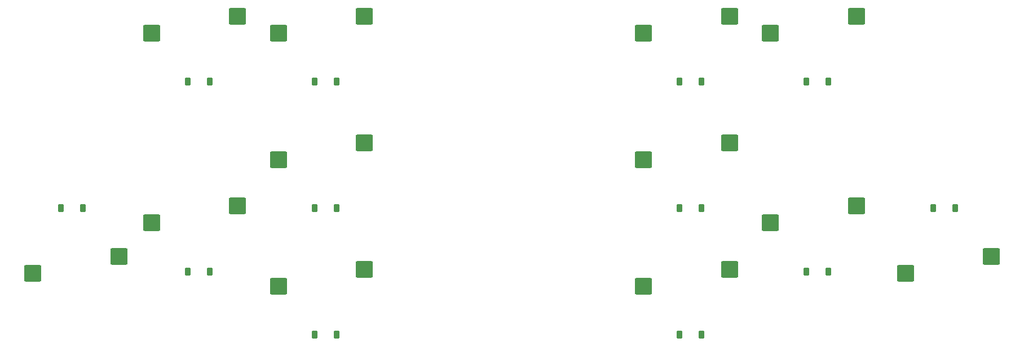
<source format=gbr>
%TF.GenerationSoftware,KiCad,Pcbnew,8.0.8*%
%TF.CreationDate,2025-01-29T21:57:57-05:00*%
%TF.ProjectId,rasgueado_thumbs,72617367-7565-4616-946f-5f7468756d62,rev?*%
%TF.SameCoordinates,Original*%
%TF.FileFunction,Paste,Bot*%
%TF.FilePolarity,Positive*%
%FSLAX46Y46*%
G04 Gerber Fmt 4.6, Leading zero omitted, Abs format (unit mm)*
G04 Created by KiCad (PCBNEW 8.0.8) date 2025-01-29 21:57:57*
%MOMM*%
%LPD*%
G01*
G04 APERTURE LIST*
G04 Aperture macros list*
%AMRoundRect*
0 Rectangle with rounded corners*
0 $1 Rounding radius*
0 $2 $3 $4 $5 $6 $7 $8 $9 X,Y pos of 4 corners*
0 Add a 4 corners polygon primitive as box body*
4,1,4,$2,$3,$4,$5,$6,$7,$8,$9,$2,$3,0*
0 Add four circle primitives for the rounded corners*
1,1,$1+$1,$2,$3*
1,1,$1+$1,$4,$5*
1,1,$1+$1,$6,$7*
1,1,$1+$1,$8,$9*
0 Add four rect primitives between the rounded corners*
20,1,$1+$1,$2,$3,$4,$5,0*
20,1,$1+$1,$4,$5,$6,$7,0*
20,1,$1+$1,$6,$7,$8,$9,0*
20,1,$1+$1,$8,$9,$2,$3,0*%
G04 Aperture macros list end*
%ADD10RoundRect,0.200000X1.075000X1.050000X-1.075000X1.050000X-1.075000X-1.050000X1.075000X-1.050000X0*%
%ADD11RoundRect,0.225000X-0.225000X-0.375000X0.225000X-0.375000X0.225000X0.375000X-0.225000X0.375000X0*%
%ADD12RoundRect,0.200000X-1.075000X-1.050000X1.075000X-1.050000X1.075000X1.050000X-1.075000X1.050000X0*%
%ADD13RoundRect,0.225000X0.225000X0.375000X-0.225000X0.375000X-0.225000X-0.375000X0.225000X-0.375000X0*%
G04 APERTURE END LIST*
D10*
%TO.C,S2*%
X94792989Y-110984607D03*
X107719989Y-108444607D03*
%TD*%
D11*
%TO.C,D12*%
X174080900Y-127812100D03*
X177380900Y-127812100D03*
%TD*%
D10*
%TO.C,S9*%
X168645900Y-82409600D03*
X181572900Y-79869600D03*
%TD*%
%TO.C,S4*%
X113842989Y-101459607D03*
X126769989Y-98919607D03*
%TD*%
D11*
%TO.C,D4*%
X119277989Y-108762107D03*
X122577989Y-108762107D03*
%TD*%
D10*
%TO.C,S12*%
X168645900Y-120509600D03*
X181572900Y-117969600D03*
%TD*%
D11*
%TO.C,D3*%
X119277989Y-127812107D03*
X122577989Y-127812107D03*
%TD*%
%TO.C,D11*%
X193130900Y-118287100D03*
X196430900Y-118287100D03*
%TD*%
%TO.C,D10*%
X193130900Y-89712100D03*
X196430900Y-89712100D03*
%TD*%
%TO.C,D9*%
X174080900Y-89712100D03*
X177380900Y-89712100D03*
%TD*%
D12*
%TO.C,S7*%
X220915900Y-116064600D03*
X207988900Y-118604600D03*
%TD*%
D10*
%TO.C,S5*%
X113842989Y-82409607D03*
X126769989Y-79869607D03*
%TD*%
D11*
%TO.C,D5*%
X119277989Y-89712107D03*
X122577989Y-89712107D03*
%TD*%
%TO.C,D2*%
X100227989Y-118287107D03*
X103527989Y-118287107D03*
%TD*%
D10*
%TO.C,S6*%
X94792989Y-82409607D03*
X107719989Y-79869607D03*
%TD*%
D11*
%TO.C,D8*%
X174080900Y-108762100D03*
X177380900Y-108762100D03*
%TD*%
D13*
%TO.C,D7*%
X215480900Y-108762100D03*
X212180900Y-108762100D03*
%TD*%
%TO.C,D1*%
X84477989Y-108762107D03*
X81177989Y-108762107D03*
%TD*%
D10*
%TO.C,S11*%
X187695900Y-110984600D03*
X200622900Y-108444600D03*
%TD*%
%TO.C,S8*%
X168645900Y-101459600D03*
X181572900Y-98919600D03*
%TD*%
%TO.C,S3*%
X113842989Y-120509607D03*
X126769989Y-117969607D03*
%TD*%
D11*
%TO.C,D6*%
X100227989Y-89712107D03*
X103527989Y-89712107D03*
%TD*%
D10*
%TO.C,S10*%
X187695900Y-82409600D03*
X200622900Y-79869600D03*
%TD*%
D12*
%TO.C,S1*%
X89912989Y-116064607D03*
X76985989Y-118604607D03*
%TD*%
M02*

</source>
